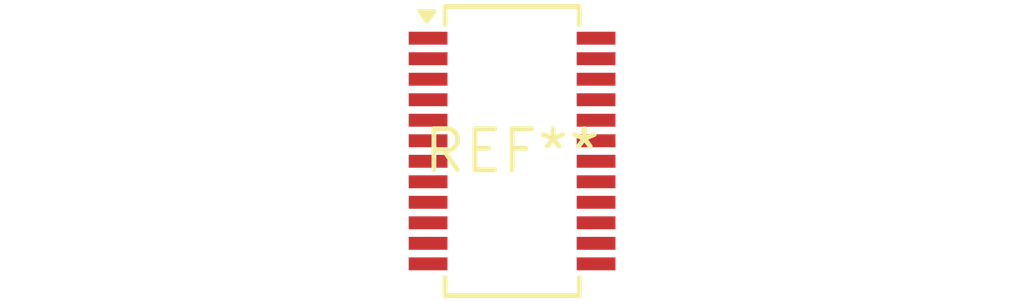
<source format=kicad_pcb>
(kicad_pcb (version 20240108) (generator pcbnew)
  (layers (0 "F.Cu" signal) (31 "B.Cu" signal) (34 "B.Paste" user) (35 "F.Paste" user) (36 "B.SilkS" user "B.Silkscreen") (37 "F.SilkS" user "F.Silkscreen") (38 "B.Mask" user) (39 "F.Mask" user) (44 "Edge.Cuts" user))
  (net 0 "")
  (footprint "SSOP-24_3.9x8.7mm_P0.635mm" (layer "F.Cu") (at 0 0)
    (property "Reference" "REF**")
    (property "Value" "SSOP-24_3.9x8.7mm_P0.635mm")
    (fp_line (start -2.075 -4.475) (end -2.075 -3.9175) (layer "F.SilkS") (stroke (width 0.15)))
    (fp_line (start -2.075 -4.475) (end 2.075 -4.475) (layer "F.SilkS") (stroke (width 0.15)))
    (fp_line (start -2.075 4.475) (end -2.075 3.9175) (layer "F.SilkS") (stroke (width 0.15)))
    (fp_line (start -2.075 4.475) (end 2.075 4.475) (layer "F.SilkS") (stroke (width 0.15)))
    (fp_line (start 2.075 -4.475) (end 2.075 -3.9175) (layer "F.SilkS") (stroke (width 0.15)))
    (fp_line (start 2.075 4.475) (end 2.075 3.9175) (layer "F.SilkS") (stroke (width 0.15)))
    (fp_poly (pts (xy -2.6375 -4) (xy -2.8775 -4.33) (xy -2.3975 -4.33) (xy -2.6375 -4)) (layer "F.SilkS") (stroke (width 0.12)) (fill solid))
    (pad "1" smd rect (at -2.6 -3.4925) (size 1.2 0.4) (layers "F.Cu" "F.Paste" "F.Mask"))
    (pad "2" smd rect (at -2.6 -2.8575) (size 1.2 0.4) (layers "F.Cu" "F.Paste" "F.Mask"))
    (pad "3" smd rect (at -2.6 -2.2225) (size 1.2 0.4) (layers "F.Cu" "F.Paste" "F.Mask"))
    (pad "4" smd rect (at -2.6 -1.5875) (size 1.2 0.4) (layers "F.Cu" "F.Paste" "F.Mask"))
    (pad "5" smd rect (at -2.6 -0.9525) (size 1.2 0.4) (layers "F.Cu" "F.Paste" "F.Mask"))
    (pad "6" smd rect (at -2.6 -0.3175) (size 1.2 0.4) (layers "F.Cu" "F.Paste" "F.Mask"))
    (pad "7" smd rect (at -2.6 0.3175) (size 1.2 0.4) (layers "F.Cu" "F.Paste" "F.Mask"))
    (pad "8" smd rect (at -2.6 0.9525) (size 1.2 0.4) (layers "F.Cu" "F.Paste" "F.Mask"))
    (pad "9" smd rect (at -2.6 1.5875) (size 1.2 0.4) (layers "F.Cu" "F.Paste" "F.Mask"))
    (pad "10" smd rect (at -2.6 2.2225) (size 1.2 0.4) (layers "F.Cu" "F.Paste" "F.Mask"))
    (pad "11" smd rect (at -2.6 2.8575) (size 1.2 0.4) (layers "F.Cu" "F.Paste" "F.Mask"))
    (pad "12" smd rect (at -2.6 3.4925) (size 1.2 0.4) (layers "F.Cu" "F.Paste" "F.Mask"))
    (pad "13" smd rect (at 2.6 3.4925) (size 1.2 0.4) (layers "F.Cu" "F.Paste" "F.Mask"))
    (pad "14" smd rect (at 2.6 2.8575) (size 1.2 0.4) (layers "F.Cu" "F.Paste" "F.Mask"))
    (pad "15" smd rect (at 2.6 2.2225) (size 1.2 0.4) (layers "F.Cu" "F.Paste" "F.Mask"))
    (pad "16" smd rect (at 2.6 1.5875) (size 1.2 0.4) (layers "F.Cu" "F.Paste" "F.Mask"))
    (pad "17" smd rect (at 2.6 0.9525) (size 1.2 0.4) (layers "F.Cu" "F.Paste" "F.Mask"))
    (pad "18" smd rect (at 2.6 0.3175) (size 1.2 0.4) (layers "F.Cu" "F.Paste" "F.Mask"))
    (pad "19" smd rect (at 2.6 -0.3175) (size 1.2 0.4) (layers "F.Cu" "F.Paste" "F.Mask"))
    (pad "20" smd rect (at 2.6 -0.9525) (size 1.2 0.4) (layers "F.Cu" "F.Paste" "F.Mask"))
    (pad "21" smd rect (at 2.6 -1.5875) (size 1.2 0.4) (layers "F.Cu" "F.Paste" "F.Mask"))
    (pad "22" smd rect (at 2.6 -2.2225) (size 1.2 0.4) (layers "F.Cu" "F.Paste" "F.Mask"))
    (pad "23" smd rect (at 2.6 -2.8575) (size 1.2 0.4) (layers "F.Cu" "F.Paste" "F.Mask"))
    (pad "24" smd rect (at 2.6 -3.4925) (size 1.2 0.4) (layers "F.Cu" "F.Paste" "F.Mask"))
  )
)
</source>
